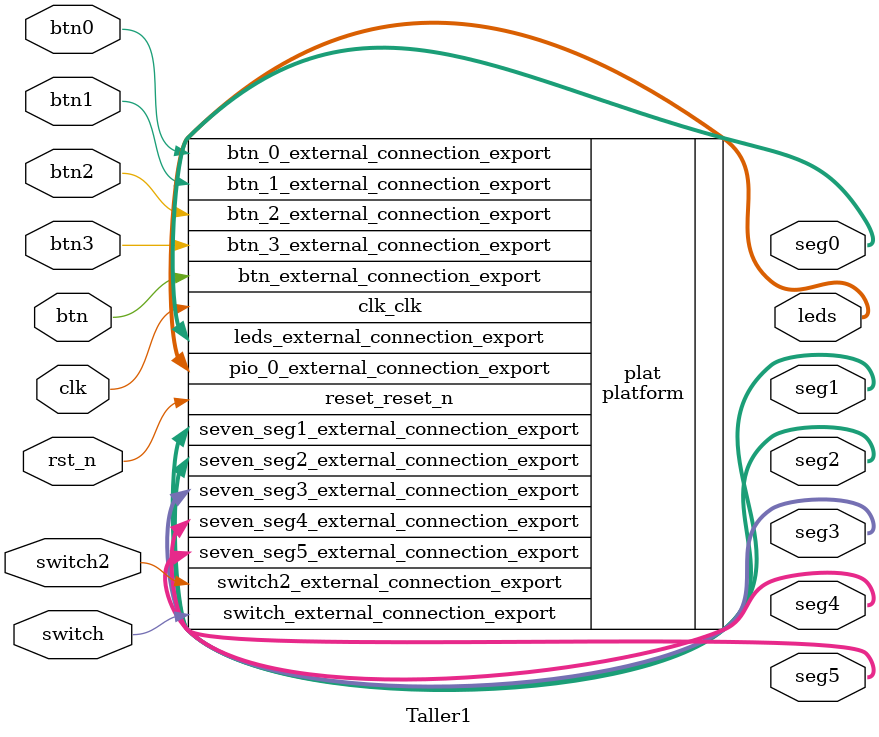
<source format=sv>
module Taller1(input logic	clk,rst_n,
						input logic switch,switch2,btn,btn0,btn1,btn2,btn3,
						output logic[6:0] seg0,seg1,seg2,seg3,seg4,seg5, output logic[2:0] leds);
platform plat
(
	.clk_clk(clk),
	.pio_0_external_connection_export(leds),
	.leds_external_connection_export(seg0),
	.seven_seg1_external_connection_export(seg1),
	.seven_seg2_external_connection_export(seg2),
	.seven_seg3_external_connection_export(seg3),
	.seven_seg4_external_connection_export(seg4),
	.seven_seg5_external_connection_export(seg5),
	.switch_external_connection_export(switch),
	.switch2_external_connection_export(switch2),
	.btn_external_connection_export(btn),
	.btn_0_external_connection_export(btn0),
	.btn_1_external_connection_export(btn1),
	.btn_2_external_connection_export(btn2),
	.btn_3_external_connection_export(btn3),
	.reset_reset_n(rst_n)
);

endmodule
</source>
